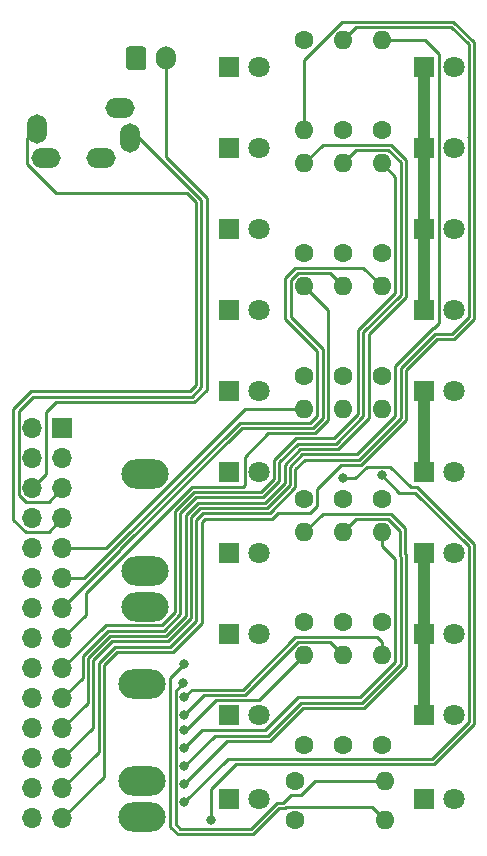
<source format=gbr>
%TF.GenerationSoftware,KiCad,Pcbnew,(5.1.10)-1*%
%TF.CreationDate,2022-02-04T18:43:22-05:00*%
%TF.ProjectId,OutputBoard_2,4f757470-7574-4426-9f61-72645f322e6b,rev?*%
%TF.SameCoordinates,Original*%
%TF.FileFunction,Copper,L2,Bot*%
%TF.FilePolarity,Positive*%
%FSLAX46Y46*%
G04 Gerber Fmt 4.6, Leading zero omitted, Abs format (unit mm)*
G04 Created by KiCad (PCBNEW (5.1.10)-1) date 2022-02-04 18:43:22*
%MOMM*%
%LPD*%
G01*
G04 APERTURE LIST*
%TA.AperFunction,ComponentPad*%
%ADD10O,1.700000X2.500000*%
%TD*%
%TA.AperFunction,ComponentPad*%
%ADD11O,2.500000X1.700000*%
%TD*%
%TA.AperFunction,ComponentPad*%
%ADD12C,1.800000*%
%TD*%
%TA.AperFunction,ComponentPad*%
%ADD13R,1.800000X1.800000*%
%TD*%
%TA.AperFunction,ComponentPad*%
%ADD14O,4.000000X2.500000*%
%TD*%
%TA.AperFunction,ComponentPad*%
%ADD15O,1.600000X1.600000*%
%TD*%
%TA.AperFunction,ComponentPad*%
%ADD16C,1.600000*%
%TD*%
%TA.AperFunction,ComponentPad*%
%ADD17R,1.700000X1.700000*%
%TD*%
%TA.AperFunction,ComponentPad*%
%ADD18O,1.700000X1.700000*%
%TD*%
%TA.AperFunction,ComponentPad*%
%ADD19O,1.700000X2.000000*%
%TD*%
%TA.AperFunction,ViaPad*%
%ADD20C,0.800000*%
%TD*%
%TA.AperFunction,Conductor*%
%ADD21C,1.000000*%
%TD*%
%TA.AperFunction,Conductor*%
%ADD22C,0.250000*%
%TD*%
G04 APERTURE END LIST*
D10*
%TO.P,J2,S*%
%TO.N,RPH*%
X65780000Y-59074000D03*
D11*
%TO.P,J2,G*%
%TO.N,GND*%
X63330000Y-60799000D03*
D10*
%TO.P,J2,T*%
%TO.N,LPH*%
X57880000Y-58274000D03*
D11*
%TO.P,J2,TN*%
%TO.N,Net-(J2-PadTN)*%
X58630000Y-60799000D03*
%TO.P,J2,SN*%
%TO.N,Net-(J2-PadSN)*%
X64930000Y-56549000D03*
%TD*%
D12*
%TO.P,D1,2*%
%TO.N,Net-(D1-Pad2)*%
X93218000Y-53086000D03*
D13*
%TO.P,D1,1*%
%TO.N,GND*%
X90678000Y-53086000D03*
%TD*%
%TO.P,D2,1*%
%TO.N,GND*%
X90678000Y-59944000D03*
D12*
%TO.P,D2,2*%
%TO.N,Net-(D2-Pad2)*%
X93218000Y-59944000D03*
%TD*%
%TO.P,D3,2*%
%TO.N,Net-(D3-Pad2)*%
X93218000Y-66802000D03*
D13*
%TO.P,D3,1*%
%TO.N,GND*%
X90678000Y-66802000D03*
%TD*%
%TO.P,D4,1*%
%TO.N,GND*%
X90678000Y-73660000D03*
D12*
%TO.P,D4,2*%
%TO.N,Net-(D4-Pad2)*%
X93218000Y-73660000D03*
%TD*%
%TO.P,D5,2*%
%TO.N,Net-(D5-Pad2)*%
X93218000Y-80518000D03*
D13*
%TO.P,D5,1*%
%TO.N,GND*%
X90678000Y-80518000D03*
%TD*%
%TO.P,D6,1*%
%TO.N,GND*%
X90678000Y-87376000D03*
D12*
%TO.P,D6,2*%
%TO.N,Net-(D6-Pad2)*%
X93218000Y-87376000D03*
%TD*%
%TO.P,D7,2*%
%TO.N,Net-(D7-Pad2)*%
X93218000Y-94234000D03*
D13*
%TO.P,D7,1*%
%TO.N,GND*%
X90678000Y-94234000D03*
%TD*%
%TO.P,D8,1*%
%TO.N,GND*%
X90678000Y-101092000D03*
D12*
%TO.P,D8,2*%
%TO.N,Net-(D8-Pad2)*%
X93218000Y-101092000D03*
%TD*%
%TO.P,D9,2*%
%TO.N,Net-(D9-Pad2)*%
X93218000Y-107950000D03*
D13*
%TO.P,D9,1*%
%TO.N,GND*%
X90678000Y-107950000D03*
%TD*%
%TO.P,D10,1*%
%TO.N,GND*%
X90678000Y-115062000D03*
D12*
%TO.P,D10,2*%
%TO.N,Net-(D10-Pad2)*%
X93218000Y-115062000D03*
%TD*%
%TO.P,D11,2*%
%TO.N,Net-(D11-Pad2)*%
X76708000Y-53086000D03*
D13*
%TO.P,D11,1*%
%TO.N,GND*%
X74168000Y-53086000D03*
%TD*%
%TO.P,D12,1*%
%TO.N,GND*%
X74168000Y-59944000D03*
D12*
%TO.P,D12,2*%
%TO.N,Net-(D12-Pad2)*%
X76708000Y-59944000D03*
%TD*%
%TO.P,D13,2*%
%TO.N,Net-(D13-Pad2)*%
X76708000Y-66802000D03*
D13*
%TO.P,D13,1*%
%TO.N,GND*%
X74168000Y-66802000D03*
%TD*%
D12*
%TO.P,D14,2*%
%TO.N,Net-(D14-Pad2)*%
X76708000Y-73660000D03*
D13*
%TO.P,D14,1*%
%TO.N,GND*%
X74168000Y-73660000D03*
%TD*%
D12*
%TO.P,D15,2*%
%TO.N,Net-(D15-Pad2)*%
X76708000Y-80518000D03*
D13*
%TO.P,D15,1*%
%TO.N,GND*%
X74168000Y-80518000D03*
%TD*%
%TO.P,D16,1*%
%TO.N,GND*%
X74168000Y-87376000D03*
D12*
%TO.P,D16,2*%
%TO.N,Net-(D16-Pad2)*%
X76708000Y-87376000D03*
%TD*%
D13*
%TO.P,D17,1*%
%TO.N,GND*%
X74168000Y-94234000D03*
D12*
%TO.P,D17,2*%
%TO.N,Net-(D17-Pad2)*%
X76708000Y-94234000D03*
%TD*%
D13*
%TO.P,D18,1*%
%TO.N,GND*%
X74168000Y-101092000D03*
D12*
%TO.P,D18,2*%
%TO.N,Net-(D18-Pad2)*%
X76708000Y-101092000D03*
%TD*%
%TO.P,D19,2*%
%TO.N,Net-(D19-Pad2)*%
X76708000Y-107950000D03*
D13*
%TO.P,D19,1*%
%TO.N,GND*%
X74168000Y-107950000D03*
%TD*%
%TO.P,D20,1*%
%TO.N,GND*%
X74168000Y-115062000D03*
D12*
%TO.P,D20,2*%
%TO.N,Net-(D20-Pad2)*%
X76708000Y-115062000D03*
%TD*%
D14*
%TO.P,J3,3*%
%TO.N,L*%
X67056000Y-87558000D03*
%TO.P,J3,2*%
%TO.N,Net-(J3-Pad2)*%
X67056000Y-95758000D03*
%TO.P,J3,1*%
%TO.N,GND*%
X67056000Y-98758000D03*
%TD*%
%TO.P,J4,1*%
%TO.N,GND*%
X66802000Y-116538000D03*
%TO.P,J4,2*%
%TO.N,Net-(J4-Pad2)*%
X66802000Y-113538000D03*
%TO.P,J4,3*%
%TO.N,R*%
X66802000Y-105338000D03*
%TD*%
D15*
%TO.P,R1,2*%
%TO.N,L110*%
X80518000Y-58420000D03*
D16*
%TO.P,R1,1*%
%TO.N,Net-(D1-Pad2)*%
X80518000Y-50800000D03*
%TD*%
%TO.P,R2,1*%
%TO.N,Net-(D2-Pad2)*%
X83820000Y-58420000D03*
D15*
%TO.P,R2,2*%
%TO.N,L19*%
X83820000Y-50800000D03*
%TD*%
%TO.P,R3,2*%
%TO.N,L18*%
X87122000Y-50800000D03*
D16*
%TO.P,R3,1*%
%TO.N,Net-(D3-Pad2)*%
X87122000Y-58420000D03*
%TD*%
D15*
%TO.P,R4,2*%
%TO.N,L17*%
X80518000Y-61214000D03*
D16*
%TO.P,R4,1*%
%TO.N,Net-(D4-Pad2)*%
X80518000Y-68834000D03*
%TD*%
%TO.P,R5,1*%
%TO.N,Net-(D5-Pad2)*%
X83820000Y-68834000D03*
D15*
%TO.P,R5,2*%
%TO.N,L16*%
X83820000Y-61214000D03*
%TD*%
D16*
%TO.P,R6,1*%
%TO.N,Net-(D6-Pad2)*%
X87122000Y-68834000D03*
D15*
%TO.P,R6,2*%
%TO.N,L15*%
X87122000Y-61214000D03*
%TD*%
%TO.P,R7,2*%
%TO.N,L14*%
X80518000Y-71628000D03*
D16*
%TO.P,R7,1*%
%TO.N,Net-(D7-Pad2)*%
X80518000Y-79248000D03*
%TD*%
%TO.P,R8,1*%
%TO.N,Net-(D8-Pad2)*%
X83820000Y-79248000D03*
D15*
%TO.P,R8,2*%
%TO.N,L13*%
X83820000Y-71628000D03*
%TD*%
%TO.P,R9,2*%
%TO.N,L12*%
X87122000Y-71628000D03*
D16*
%TO.P,R9,1*%
%TO.N,Net-(D9-Pad2)*%
X87122000Y-79248000D03*
%TD*%
D15*
%TO.P,R10,2*%
%TO.N,L11*%
X80518000Y-82042000D03*
D16*
%TO.P,R10,1*%
%TO.N,Net-(D10-Pad2)*%
X80518000Y-89662000D03*
%TD*%
%TO.P,R11,1*%
%TO.N,Net-(D11-Pad2)*%
X83820000Y-89662000D03*
D15*
%TO.P,R11,2*%
%TO.N,R110*%
X83820000Y-82042000D03*
%TD*%
D16*
%TO.P,R12,1*%
%TO.N,Net-(D12-Pad2)*%
X87122000Y-89662000D03*
D15*
%TO.P,R12,2*%
%TO.N,R19*%
X87122000Y-82042000D03*
%TD*%
%TO.P,R13,2*%
%TO.N,R18*%
X80518000Y-92456000D03*
D16*
%TO.P,R13,1*%
%TO.N,Net-(D13-Pad2)*%
X80518000Y-100076000D03*
%TD*%
D15*
%TO.P,R14,2*%
%TO.N,R17*%
X83820000Y-92456000D03*
D16*
%TO.P,R14,1*%
%TO.N,Net-(D14-Pad2)*%
X83820000Y-100076000D03*
%TD*%
%TO.P,R15,1*%
%TO.N,Net-(D15-Pad2)*%
X87122000Y-100076000D03*
D15*
%TO.P,R15,2*%
%TO.N,R16*%
X87122000Y-92456000D03*
%TD*%
%TO.P,R16,2*%
%TO.N,R15*%
X80518000Y-102870000D03*
D16*
%TO.P,R16,1*%
%TO.N,Net-(D16-Pad2)*%
X80518000Y-110490000D03*
%TD*%
%TO.P,R17,1*%
%TO.N,Net-(D17-Pad2)*%
X83820000Y-110490000D03*
D15*
%TO.P,R17,2*%
%TO.N,R14*%
X83820000Y-102870000D03*
%TD*%
D16*
%TO.P,R18,1*%
%TO.N,Net-(D18-Pad2)*%
X87122000Y-110490000D03*
D15*
%TO.P,R18,2*%
%TO.N,R13*%
X87122000Y-102870000D03*
%TD*%
%TO.P,R19,2*%
%TO.N,R12*%
X87376000Y-113538000D03*
D16*
%TO.P,R19,1*%
%TO.N,Net-(D19-Pad2)*%
X79756000Y-113538000D03*
%TD*%
%TO.P,R20,1*%
%TO.N,Net-(D20-Pad2)*%
X79756000Y-116840000D03*
D15*
%TO.P,R20,2*%
%TO.N,R11*%
X87376000Y-116840000D03*
%TD*%
D17*
%TO.P,J1,1*%
%TO.N,R*%
X60060000Y-83660000D03*
D18*
%TO.P,J1,2*%
%TO.N,GND*%
X57520000Y-83660000D03*
%TO.P,J1,3*%
%TO.N,L*%
X60060000Y-86200000D03*
%TO.P,J1,4*%
%TO.N,GND*%
X57520000Y-86200000D03*
%TO.P,J1,5*%
%TO.N,RPH*%
X60060000Y-88740000D03*
%TO.P,J1,6*%
%TO.N,MONO*%
X57520000Y-88740000D03*
%TO.P,J1,7*%
%TO.N,LPH*%
X60060000Y-91280000D03*
%TO.P,J1,8*%
%TO.N,MONO*%
X57520000Y-91280000D03*
%TO.P,J1,9*%
%TO.N,L11*%
X60060000Y-93820000D03*
%TO.P,J1,10*%
%TO.N,R11*%
X57520000Y-93820000D03*
%TO.P,J1,11*%
%TO.N,L12*%
X60060000Y-96360000D03*
%TO.P,J1,12*%
%TO.N,R12*%
X57520000Y-96360000D03*
%TO.P,J1,13*%
%TO.N,L13*%
X60060000Y-98900000D03*
%TO.P,J1,14*%
%TO.N,R13*%
X57520000Y-98900000D03*
%TO.P,J1,15*%
%TO.N,L14*%
X60060000Y-101440000D03*
%TO.P,J1,16*%
%TO.N,R14*%
X57520000Y-101440000D03*
%TO.P,J1,17*%
%TO.N,L15*%
X60060000Y-103980000D03*
%TO.P,J1,18*%
%TO.N,R15*%
X57520000Y-103980000D03*
%TO.P,J1,19*%
%TO.N,L16*%
X60060000Y-106520000D03*
%TO.P,J1,20*%
%TO.N,R16*%
X57520000Y-106520000D03*
%TO.P,J1,21*%
%TO.N,L17*%
X60060000Y-109060000D03*
%TO.P,J1,22*%
%TO.N,R17*%
X57520000Y-109060000D03*
%TO.P,J1,23*%
%TO.N,L18*%
X60060000Y-111600000D03*
%TO.P,J1,24*%
%TO.N,R18*%
X57520000Y-111600000D03*
%TO.P,J1,25*%
%TO.N,L19*%
X60060000Y-114140000D03*
%TO.P,J1,26*%
%TO.N,R19*%
X57520000Y-114140000D03*
%TO.P,J1,27*%
%TO.N,L110*%
X60060000Y-116680000D03*
%TO.P,J1,28*%
%TO.N,R110*%
X57520000Y-116680000D03*
%TD*%
%TO.P,J5,1*%
%TO.N,GND*%
%TA.AperFunction,ComponentPad*%
G36*
G01*
X65444000Y-53074000D02*
X65444000Y-51574000D01*
G75*
G02*
X65694000Y-51324000I250000J0D01*
G01*
X66894000Y-51324000D01*
G75*
G02*
X67144000Y-51574000I0J-250000D01*
G01*
X67144000Y-53074000D01*
G75*
G02*
X66894000Y-53324000I-250000J0D01*
G01*
X65694000Y-53324000D01*
G75*
G02*
X65444000Y-53074000I0J250000D01*
G01*
G37*
%TD.AperFunction*%
D19*
%TO.P,J5,2*%
%TO.N,MONO*%
X68794000Y-52324000D03*
%TD*%
D20*
%TO.N,R11*%
X70358000Y-103632000D03*
%TO.N,R12*%
X70300998Y-105213002D03*
%TO.N,R13*%
X70358000Y-106426000D03*
%TO.N,R14*%
X70358000Y-107950000D03*
%TO.N,R15*%
X70358000Y-109220000D03*
%TO.N,R16*%
X70358000Y-110744000D03*
%TO.N,R17*%
X70358000Y-112268000D03*
%TO.N,R18*%
X70358000Y-113792000D03*
%TO.N,R19*%
X70358000Y-115316000D03*
X87122000Y-87630000D03*
%TO.N,R110*%
X83820000Y-87884000D03*
X72644000Y-116840000D03*
%TD*%
D21*
%TO.N,GND*%
X90678000Y-107950000D02*
X90678000Y-101092000D01*
X90678000Y-101092000D02*
X90678000Y-94234000D01*
X90678000Y-87376000D02*
X90678000Y-80518000D01*
X90678000Y-73660000D02*
X90678000Y-59944000D01*
X90678000Y-59944000D02*
X90678000Y-53086000D01*
D22*
%TO.N,RPH*%
X56344999Y-89304001D02*
X56344999Y-82213411D01*
X56955999Y-89915001D02*
X56344999Y-89304001D01*
X58884999Y-89915001D02*
X56955999Y-89915001D01*
X60060000Y-88740000D02*
X58884999Y-89915001D01*
X56344999Y-82213411D02*
X57590400Y-80968010D01*
X71052401Y-80968009D02*
X71824010Y-80196400D01*
X57590400Y-80968010D02*
X71052401Y-80968009D01*
X66568410Y-59074000D02*
X65780000Y-59074000D01*
X71824009Y-64329599D02*
X66568410Y-59074000D01*
X71824010Y-80196400D02*
X71824009Y-64329599D01*
%TO.N,MONO*%
X58695001Y-82274999D02*
X59551982Y-81418018D01*
X58695001Y-87564999D02*
X58695001Y-82274999D01*
X57520000Y-88740000D02*
X58695001Y-87564999D01*
X59551982Y-81418018D02*
X71238802Y-81418018D01*
X71238802Y-81418018D02*
X72274019Y-80382799D01*
X72274019Y-80382799D02*
X72274018Y-64143198D01*
X68794000Y-60663180D02*
X68794000Y-52324000D01*
X72274018Y-64143198D02*
X68794000Y-60663180D01*
%TO.N,LPH*%
X57054990Y-59099010D02*
X57880000Y-58274000D01*
X57054990Y-61285705D02*
X57054990Y-59099010D01*
X71374000Y-64516000D02*
X70612000Y-63754000D01*
X59523285Y-63754000D02*
X57054990Y-61285705D01*
X71374000Y-80010000D02*
X71374000Y-64516000D01*
X70866000Y-80518000D02*
X71374000Y-80010000D01*
X57404000Y-80518000D02*
X70866000Y-80518000D01*
X55880000Y-82042000D02*
X57404000Y-80518000D01*
X55880000Y-91379002D02*
X55880000Y-82042000D01*
X56955999Y-92455001D02*
X55880000Y-91379002D01*
X70612000Y-63754000D02*
X59523285Y-63754000D01*
X58884999Y-92455001D02*
X56955999Y-92455001D01*
X60060000Y-91280000D02*
X58884999Y-92455001D01*
%TO.N,L11*%
X63771400Y-93820000D02*
X75549400Y-82042000D01*
X75549400Y-82042000D02*
X80518000Y-82042000D01*
X60060000Y-93820000D02*
X63771400Y-93820000D01*
%TO.N,R11*%
X78977411Y-115714999D02*
X78891398Y-115801012D01*
X86250999Y-115714999D02*
X78977411Y-115714999D01*
X87376000Y-116840000D02*
X86250999Y-115714999D01*
X78418400Y-115801012D02*
X76204401Y-118015011D01*
X78891398Y-115801012D02*
X78418400Y-115801012D01*
X69182989Y-104807011D02*
X70358000Y-103632000D01*
X69823598Y-118015010D02*
X69182989Y-117374401D01*
X69182989Y-117374401D02*
X69182989Y-104807011D01*
X76204401Y-118015011D02*
X69823598Y-118015010D01*
%TO.N,L12*%
X81643001Y-82582001D02*
X81643001Y-77106999D01*
X81058001Y-83167001D02*
X81643001Y-82582001D01*
X75060809Y-83167001D02*
X81058001Y-83167001D01*
X64516000Y-93726000D02*
X64516000Y-93711810D01*
X64516000Y-93711810D02*
X75060809Y-83167001D01*
X61882000Y-96360000D02*
X64516000Y-93726000D01*
X60060000Y-96360000D02*
X61882000Y-96360000D01*
X85546989Y-70052989D02*
X87122000Y-71628000D01*
X79791599Y-70052989D02*
X85546989Y-70052989D01*
X78942990Y-70901598D02*
X79791599Y-70052989D01*
X78942989Y-74406987D02*
X78942990Y-70901598D01*
X81643001Y-77106999D02*
X78942989Y-74406987D01*
%TO.N,R12*%
X76018001Y-117565001D02*
X78232000Y-115351002D01*
X70009999Y-117565001D02*
X76018001Y-117565001D01*
X69632999Y-117188001D02*
X70009999Y-117565001D01*
X69632999Y-105881001D02*
X69632999Y-117188001D01*
X70300998Y-105213002D02*
X69632999Y-105881001D01*
X79392999Y-114663001D02*
X80296001Y-114663001D01*
X78704998Y-115351002D02*
X79392999Y-114663001D01*
X78232000Y-115351002D02*
X78704998Y-115351002D01*
X81421002Y-113538000D02*
X87376000Y-113538000D01*
X80296001Y-114663001D02*
X81421002Y-113538000D01*
%TO.N,L13*%
X64966010Y-93993990D02*
X60060000Y-98900000D01*
X64966010Y-93898210D02*
X64966010Y-93993990D01*
X75247209Y-83617011D02*
X64966010Y-93898210D01*
X82093010Y-82768402D02*
X81244401Y-83617011D01*
X81244401Y-83617011D02*
X75247209Y-83617011D01*
X79392999Y-74220587D02*
X82093011Y-76920599D01*
X79392999Y-71087999D02*
X79392999Y-74220587D01*
X79977999Y-70502999D02*
X79392999Y-71087999D01*
X82694999Y-70502999D02*
X79977999Y-70502999D01*
X82093011Y-76920599D02*
X82093010Y-82768402D01*
X83820000Y-71628000D02*
X82694999Y-70502999D01*
%TO.N,R13*%
X86678360Y-101294990D02*
X79791598Y-101294990D01*
X87122000Y-101738630D02*
X86678360Y-101294990D01*
X87122000Y-102870000D02*
X87122000Y-101738630D01*
X79791598Y-101294990D02*
X75306608Y-105779980D01*
X71004020Y-105779980D02*
X70358000Y-106426000D01*
X75306608Y-105779980D02*
X71004020Y-105779980D01*
%TO.N,L14*%
X60060000Y-101440000D02*
X62018205Y-99481795D01*
X75482999Y-88446003D02*
X75482999Y-86061001D01*
X75328001Y-88601001D02*
X75482999Y-88446003D01*
X70995409Y-88601001D02*
X75328001Y-88601001D01*
X62018205Y-97578205D02*
X70995409Y-88601001D01*
X62018205Y-99481795D02*
X62018205Y-97578205D01*
X75482999Y-86061001D02*
X77476979Y-84067021D01*
X81430802Y-84067020D02*
X82543019Y-82954801D01*
X77476979Y-84067021D02*
X81430802Y-84067020D01*
X82543019Y-73653019D02*
X80518000Y-71628000D01*
X82543019Y-82954801D02*
X82543019Y-73653019D01*
%TO.N,R14*%
X83820000Y-102870000D02*
X82694999Y-101744999D01*
X79977999Y-101744999D02*
X75493008Y-106229990D01*
X82694999Y-101744999D02*
X79977999Y-101744999D01*
X72078010Y-106229990D02*
X70358000Y-107950000D01*
X75493008Y-106229990D02*
X72078010Y-106229990D01*
%TO.N,L15*%
X88247001Y-72168001D02*
X88247001Y-62339001D01*
X85090000Y-75325002D02*
X88247001Y-72168001D01*
X85090000Y-82437002D02*
X85090000Y-75325002D01*
X60060000Y-103980000D02*
X63710000Y-100330000D01*
X63710000Y-100330000D02*
X65650600Y-100330000D01*
X68458390Y-100333010D02*
X69596000Y-99195400D01*
X65650600Y-100330000D02*
X65653610Y-100333010D01*
X65653610Y-100333010D02*
X68458390Y-100333010D01*
X69596000Y-99195400D02*
X69596000Y-90636820D01*
X69596000Y-90636820D02*
X71181809Y-89051011D01*
X79820971Y-84517029D02*
X83009973Y-84517029D01*
X71181809Y-89051011D02*
X76845991Y-89051011D01*
X88247001Y-62339001D02*
X87122000Y-61214000D01*
X76845991Y-89051011D02*
X77978000Y-87919002D01*
X77978000Y-87919002D02*
X77978000Y-86360000D01*
X77978000Y-86360000D02*
X79820971Y-84517029D01*
X83009973Y-84517029D02*
X85090000Y-82437002D01*
%TO.N,R15*%
X80518000Y-102870000D02*
X76708000Y-106680000D01*
X70512998Y-109220000D02*
X70358000Y-109220000D01*
X73052998Y-106680000D02*
X70512998Y-109220000D01*
X76708000Y-106680000D02*
X73052998Y-106680000D01*
%TO.N,L16*%
X84945001Y-60088999D02*
X83820000Y-61214000D01*
X87662001Y-60088999D02*
X84945001Y-60088999D01*
X88697011Y-61124009D02*
X87662001Y-60088999D01*
X88697011Y-72354401D02*
X88697011Y-61124009D01*
X85540010Y-75511402D02*
X88697011Y-72354401D01*
X85540010Y-82623402D02*
X85540010Y-75511402D01*
X80007371Y-84967039D02*
X83196374Y-84967038D01*
X65467210Y-100783020D02*
X68644791Y-100783019D01*
X77032392Y-89501020D02*
X78428010Y-88105402D01*
X61764205Y-104815795D02*
X61764205Y-102912205D01*
X61764205Y-102912205D02*
X63896400Y-100780010D01*
X63896400Y-100780010D02*
X65464200Y-100780010D01*
X68644791Y-100783019D02*
X70046010Y-99381800D01*
X70046010Y-90823220D02*
X71368209Y-89501021D01*
X65464200Y-100780010D02*
X65467210Y-100783020D01*
X70046010Y-99381800D02*
X70046010Y-90823220D01*
X83196374Y-84967038D02*
X85540010Y-82623402D01*
X60060000Y-106520000D02*
X61764205Y-104815795D01*
X78428010Y-88105402D02*
X78428010Y-86546400D01*
X71368209Y-89501021D02*
X77032392Y-89501020D01*
X78428010Y-86546400D02*
X80007371Y-84967039D01*
%TO.N,R16*%
X88247001Y-94712371D02*
X88247001Y-103410001D01*
X88247001Y-103410001D02*
X85231002Y-106426000D01*
X87122000Y-93587370D02*
X88247001Y-94712371D01*
X87122000Y-92456000D02*
X87122000Y-93587370D01*
X80045002Y-106426000D02*
X77251002Y-109220000D01*
X85231002Y-106426000D02*
X80045002Y-106426000D01*
X71882000Y-109220000D02*
X70358000Y-110744000D01*
X77251002Y-109220000D02*
X71882000Y-109220000D01*
%TO.N,L17*%
X82093011Y-59638989D02*
X80518000Y-61214000D01*
X87848401Y-59638989D02*
X82093011Y-59638989D01*
X89147020Y-60937608D02*
X87848401Y-59638989D01*
X89147021Y-72540801D02*
X89147020Y-60937608D01*
X85996999Y-75690823D02*
X89147021Y-72540801D01*
X60060000Y-109060000D02*
X62214215Y-106905785D01*
X78878020Y-86732800D02*
X80193773Y-85417047D01*
X62214215Y-103098605D02*
X64079792Y-101233028D01*
X68831192Y-101233028D02*
X70496020Y-99568200D01*
X64079792Y-101233028D02*
X68831192Y-101233028D01*
X70496020Y-99568200D02*
X70496020Y-91009620D01*
X70496020Y-91009620D02*
X71554611Y-89951029D01*
X62214215Y-106905785D02*
X62214215Y-103098605D01*
X71554611Y-89951029D02*
X77218793Y-89951029D01*
X85996999Y-82802823D02*
X85996999Y-75690823D01*
X83382775Y-85417047D02*
X85996999Y-82802823D01*
X77218793Y-89951029D02*
X78878020Y-88291802D01*
X78878020Y-88291802D02*
X78878020Y-86732800D01*
X80193773Y-85417047D02*
X83382775Y-85417047D01*
%TO.N,R17*%
X87662001Y-91330999D02*
X88646000Y-92314998D01*
X84945001Y-91330999D02*
X87662001Y-91330999D01*
X83820000Y-92456000D02*
X84945001Y-91330999D01*
X88646000Y-94474960D02*
X88697011Y-94525971D01*
X88646000Y-92314998D02*
X88646000Y-94474960D01*
X88697010Y-103596402D02*
X85417402Y-106876010D01*
X88697011Y-94525971D02*
X88697010Y-103596402D01*
X85417402Y-106876010D02*
X80231402Y-106876010D01*
X80231402Y-106876010D02*
X77437402Y-109670010D01*
X72955990Y-109670010D02*
X70358000Y-112268000D01*
X77437402Y-109670010D02*
X72955990Y-109670010D01*
%TO.N,L18*%
X91948000Y-74775002D02*
X91948000Y-57150000D01*
X91539002Y-75184000D02*
X91948000Y-74775002D01*
X91440000Y-75184000D02*
X91539002Y-75184000D01*
X88247001Y-78376999D02*
X91440000Y-75184000D01*
X88247001Y-82582001D02*
X88247001Y-78376999D01*
X60060000Y-111600000D02*
X62664225Y-108995775D01*
X62664225Y-108995775D02*
X62664225Y-103285005D01*
X71741011Y-90401039D02*
X77405194Y-90401038D01*
X79328030Y-88478202D02*
X79328030Y-86919200D01*
X62664225Y-103285005D02*
X64266192Y-101683038D01*
X64266192Y-101683038D02*
X69017593Y-101683037D01*
X70946030Y-99754600D02*
X70946030Y-91196020D01*
X70946030Y-91196020D02*
X71741011Y-90401039D01*
X69017593Y-101683037D02*
X70946030Y-99754600D01*
X77405194Y-90401038D02*
X79328030Y-88478202D01*
X79328030Y-86919200D02*
X80380173Y-85867057D01*
X80380173Y-85867057D02*
X84961946Y-85867056D01*
X84961946Y-85867056D02*
X88247001Y-82582001D01*
X91948000Y-51970998D02*
X91948000Y-57150000D01*
X90777002Y-50800000D02*
X91948000Y-51970998D01*
X87122000Y-50800000D02*
X90777002Y-50800000D01*
%TO.N,R18*%
X87848402Y-90880990D02*
X89096010Y-92128598D01*
X82093010Y-90880990D02*
X87848402Y-90880990D01*
X80518000Y-92456000D02*
X82093010Y-90880990D01*
X89147020Y-94339572D02*
X89147019Y-103782803D01*
X89096010Y-94288560D02*
X89147020Y-94339572D01*
X89096010Y-92128598D02*
X89096010Y-94288560D01*
X89147019Y-103782803D02*
X85603802Y-107326020D01*
X85603802Y-107326020D02*
X80417802Y-107326020D01*
X80417802Y-107326020D02*
X77623802Y-110120020D01*
X74029980Y-110120020D02*
X70358000Y-113792000D01*
X77623802Y-110120020D02*
X74029980Y-110120020D01*
%TO.N,L19*%
X84945001Y-49674999D02*
X83820000Y-50800000D01*
X94443001Y-74248001D02*
X94443001Y-59008591D01*
X91626400Y-75634010D02*
X93056992Y-75634010D01*
X89652001Y-49674999D02*
X84945001Y-49674999D01*
X88697011Y-78563399D02*
X91626400Y-75634010D01*
X88697011Y-82768401D02*
X88697011Y-78563399D01*
X60060000Y-114140000D02*
X63114235Y-111085765D01*
X79778040Y-87105600D02*
X80566575Y-86317065D01*
X63114235Y-111085765D02*
X63114235Y-103509765D01*
X71396040Y-99941000D02*
X71396040Y-91382420D01*
X64490954Y-102133046D02*
X69203994Y-102133046D01*
X69203994Y-102133046D02*
X71396040Y-99941000D01*
X71396040Y-91382420D02*
X71927413Y-90851047D01*
X93056992Y-75634010D02*
X94443001Y-74248001D01*
X71927413Y-90851047D02*
X77591595Y-90851047D01*
X77591595Y-90851047D02*
X79778040Y-88664602D01*
X79778040Y-88664602D02*
X79778040Y-87105600D01*
X63114235Y-103509765D02*
X64490954Y-102133046D01*
X85148347Y-86317065D02*
X88697011Y-82768401D01*
X80566575Y-86317065D02*
X85148347Y-86317065D01*
X89652001Y-49674999D02*
X92980589Y-49674999D01*
X94443001Y-58972999D02*
X94425205Y-58990795D01*
X92980589Y-49674999D02*
X94443001Y-51137411D01*
X94443001Y-51137411D02*
X94443001Y-58972999D01*
X94443001Y-59008591D02*
X94425205Y-58990795D01*
%TO.N,R19*%
X88588009Y-89096009D02*
X87122000Y-87630000D01*
X89893011Y-89096009D02*
X88588009Y-89096009D01*
X94443001Y-93645999D02*
X89893011Y-89096009D01*
X94443001Y-108538001D02*
X94443001Y-93645999D01*
X91366001Y-111615001D02*
X94443001Y-108538001D01*
X74058999Y-111615001D02*
X91366001Y-111615001D01*
X70358000Y-115316000D02*
X74058999Y-111615001D01*
%TO.N,L110*%
X60060000Y-116680000D02*
X63564245Y-113175755D01*
X63564245Y-113175755D02*
X63564245Y-103696165D01*
X69390395Y-102583055D02*
X71846050Y-100127400D01*
X64677354Y-102583056D02*
X69390395Y-102583055D01*
X63564245Y-103696165D02*
X64677354Y-102583056D01*
X71846050Y-100127400D02*
X71846050Y-91568820D01*
X72113813Y-91301057D02*
X77777996Y-91301056D01*
X71846050Y-91568820D02*
X72113813Y-91301057D01*
X77777996Y-91301056D02*
X78292051Y-90787001D01*
X81058001Y-90787001D02*
X81643001Y-90202001D01*
X78292051Y-90787001D02*
X81058001Y-90787001D01*
X81643001Y-88790999D02*
X83666925Y-86767075D01*
X81643001Y-90202001D02*
X81643001Y-88790999D01*
X83666925Y-86767075D02*
X85334748Y-86767074D01*
X85334748Y-86767074D02*
X89147021Y-82954801D01*
X89147021Y-82954801D02*
X89147021Y-78749799D01*
X93243393Y-76084019D02*
X94893011Y-74434401D01*
X91812800Y-76084020D02*
X93243393Y-76084019D01*
X89147021Y-78749799D02*
X91812800Y-76084020D01*
X94893011Y-74434401D02*
X94893011Y-52948009D01*
X80518000Y-52436998D02*
X80518000Y-58420000D01*
X83730009Y-49224989D02*
X80518000Y-52436998D01*
X91169991Y-49224989D02*
X83730009Y-49224989D01*
X91169991Y-49224989D02*
X93166989Y-49224989D01*
X94893011Y-50951011D02*
X94893011Y-52948009D01*
X93166989Y-49224989D02*
X94893011Y-50951011D01*
%TO.N,R110*%
X83820000Y-87884000D02*
X84854232Y-87884000D01*
X87821997Y-86904999D02*
X89562998Y-88646000D01*
X85833233Y-86904999D02*
X87821997Y-86904999D01*
X84854232Y-87884000D02*
X85833233Y-86904999D01*
X89562998Y-88646000D02*
X90079412Y-88646000D01*
X90079412Y-88646000D02*
X94893011Y-93459599D01*
X94893010Y-108724402D02*
X91552401Y-112065011D01*
X94893011Y-93459599D02*
X94893010Y-108724402D01*
X91552401Y-112065011D02*
X74779987Y-112065011D01*
X72644000Y-114200998D02*
X72848499Y-113996499D01*
X72644000Y-116840000D02*
X72644000Y-114200998D01*
X74779987Y-112065011D02*
X72848499Y-113996499D01*
%TD*%
M02*

</source>
